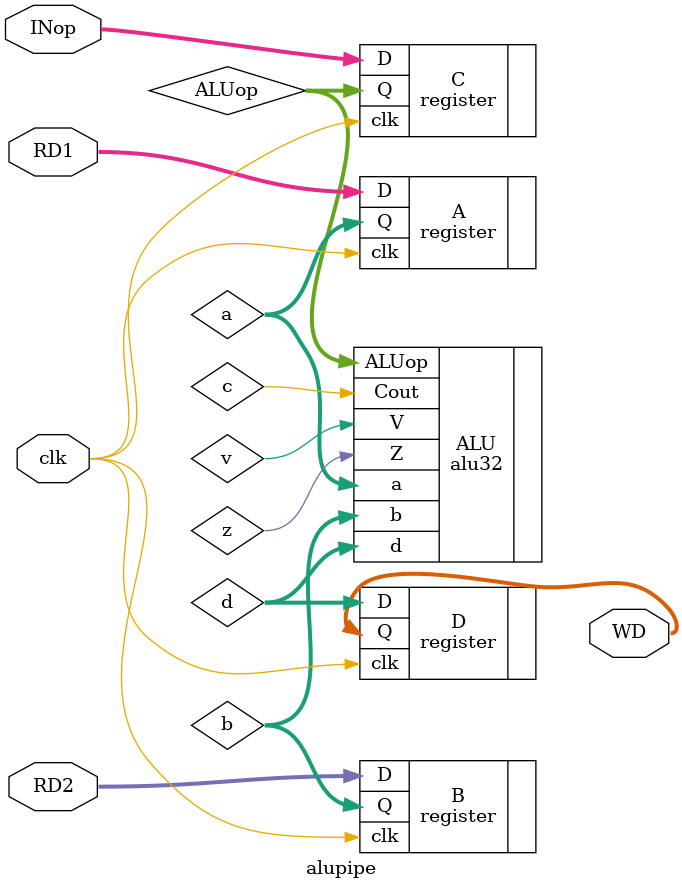
<source format=sv>
module alupipe (
    input logic [31:0] RD1, RD2,
    input logic [2:0] INop,
    input logic clk,
    output logic [31:0] WD
);
    logic [31:0] a, b, d;
    logic [2:0] ALUop;
    logic c, v, z;
    
    register #(32) A (.clk(clk), .D(RD1), .Q(a));
    register #(32) B (.clk(clk), .D(RD2), .Q(b));
    register #(3)  C (.clk(clk), .D(INop), .Q(ALUop));
    register #(32) D (.clk(clk), .D(d), .Q(WD));

    alu32 ALU (
        .a(a), 
        .b(b), 
        .ALUop(ALUop), 
        .d(d),
        .Cout(c), 
        .V(v), 
        .Z(z)
    );
endmodule

</source>
